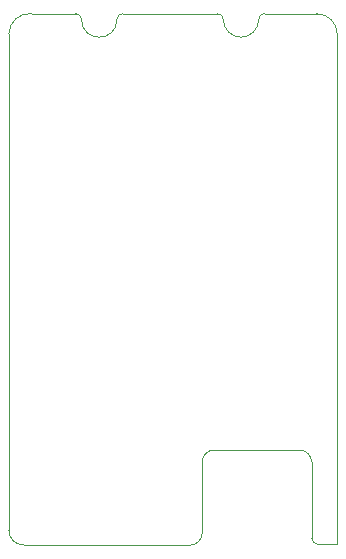
<source format=gbr>
%TF.GenerationSoftware,KiCad,Pcbnew,9.0.2*%
%TF.CreationDate,2025-08-15T10:15:43-05:00*%
%TF.ProjectId,Mothbeam,4d6f7468-6265-4616-9d2e-6b696361645f,rev?*%
%TF.SameCoordinates,Original*%
%TF.FileFunction,Profile,NP*%
%FSLAX46Y46*%
G04 Gerber Fmt 4.6, Leading zero omitted, Abs format (unit mm)*
G04 Created by KiCad (PCBNEW 9.0.2) date 2025-08-15 10:15:43*
%MOMM*%
%LPD*%
G01*
G04 APERTURE LIST*
%TA.AperFunction,Profile*%
%ADD10C,0.100000*%
%TD*%
%TA.AperFunction,Profile*%
%ADD11C,0.050000*%
%TD*%
G04 APERTURE END LIST*
D10*
X10614653Y32048681D02*
G75*
G02*
X11623537Y33049708I1000047J1019D01*
G01*
X21446121Y25099580D02*
X20350032Y25101380D01*
X11890000Y70010000D02*
G75*
G02*
X12389966Y69515846I0J-500000D01*
G01*
X-5762563Y68262600D02*
X-5762563Y26249284D01*
X-111216Y70009997D02*
X-3811742Y70000998D01*
X-111216Y70009997D02*
G75*
G02*
X389998Y69510000I1216J-499997D01*
G01*
X9588612Y25004848D02*
X-4512500Y25006281D01*
X22050000Y67250000D02*
X22050000Y68250000D01*
X20350032Y25101380D02*
G75*
G02*
X19892348Y25591603I42368J498320D01*
G01*
X15390000Y69510000D02*
G75*
G02*
X15891488Y70009998I500000J0D01*
G01*
X3390000Y69510000D02*
G75*
G02*
X390000Y69510000I-1500000J0D01*
G01*
X18852518Y33049666D02*
G75*
G02*
X19863020Y32063827I10482J-1000066D01*
G01*
X15390045Y69510000D02*
G75*
G02*
X12389966Y69515846I-1500045J0D01*
G01*
X10598195Y26002078D02*
G75*
G02*
X9588612Y25004847I-999995J2722D01*
G01*
D11*
X-4512500Y25012565D02*
X-4512500Y25006281D01*
D10*
X22050000Y25098588D02*
X21446121Y25099580D01*
X3390000Y69510000D02*
G75*
G02*
X3890000Y70010000I500000J0D01*
G01*
X20300000Y70000000D02*
X19250000Y70000000D01*
X11623537Y33049708D02*
X18852518Y33049666D01*
X15891488Y70009995D02*
X19250000Y70000000D01*
X3890000Y70010000D02*
X11890000Y70010000D01*
X20300000Y70000000D02*
G75*
G02*
X22050000Y68250000I0J-1750000D01*
G01*
X19863020Y32063827D02*
X19892347Y25591603D01*
X22050000Y25098588D02*
X22050000Y67250000D01*
X10598196Y26002078D02*
X10614653Y32048681D01*
X-4512500Y25012565D02*
G75*
G02*
X-5762563Y26249284I0J1250135D01*
G01*
X-5762563Y68262600D02*
G75*
G02*
X-3811742Y70000998I1749963J0D01*
G01*
M02*

</source>
